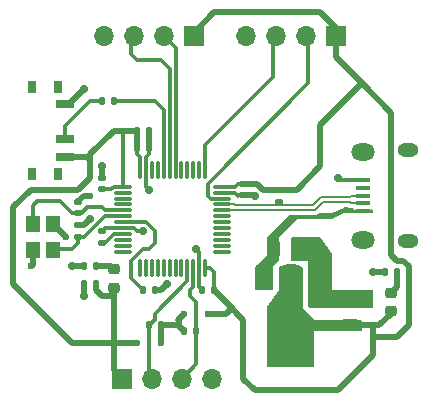
<source format=gbr>
%TF.GenerationSoftware,KiCad,Pcbnew,8.0.3*%
%TF.CreationDate,2024-07-09T00:13:46+05:30*%
%TF.ProjectId,STM32 PCB DESIGN,53544d33-3220-4504-9342-204445534947,rev?*%
%TF.SameCoordinates,Original*%
%TF.FileFunction,Copper,L1,Top*%
%TF.FilePolarity,Positive*%
%FSLAX46Y46*%
G04 Gerber Fmt 4.6, Leading zero omitted, Abs format (unit mm)*
G04 Created by KiCad (PCBNEW 8.0.3) date 2024-07-09 00:13:46*
%MOMM*%
%LPD*%
G01*
G04 APERTURE LIST*
G04 Aperture macros list*
%AMRoundRect*
0 Rectangle with rounded corners*
0 $1 Rounding radius*
0 $2 $3 $4 $5 $6 $7 $8 $9 X,Y pos of 4 corners*
0 Add a 4 corners polygon primitive as box body*
4,1,4,$2,$3,$4,$5,$6,$7,$8,$9,$2,$3,0*
0 Add four circle primitives for the rounded corners*
1,1,$1+$1,$2,$3*
1,1,$1+$1,$4,$5*
1,1,$1+$1,$6,$7*
1,1,$1+$1,$8,$9*
0 Add four rect primitives between the rounded corners*
20,1,$1+$1,$2,$3,$4,$5,0*
20,1,$1+$1,$4,$5,$6,$7,0*
20,1,$1+$1,$6,$7,$8,$9,0*
20,1,$1+$1,$8,$9,$2,$3,0*%
G04 Aperture macros list end*
%TA.AperFunction,SMDPad,CuDef*%
%ADD10RoundRect,0.135000X0.135000X0.185000X-0.135000X0.185000X-0.135000X-0.185000X0.135000X-0.185000X0*%
%TD*%
%TA.AperFunction,SMDPad,CuDef*%
%ADD11RoundRect,0.140000X0.140000X0.170000X-0.140000X0.170000X-0.140000X-0.170000X0.140000X-0.170000X0*%
%TD*%
%TA.AperFunction,SMDPad,CuDef*%
%ADD12RoundRect,0.140000X-0.170000X0.140000X-0.170000X-0.140000X0.170000X-0.140000X0.170000X0.140000X0*%
%TD*%
%TA.AperFunction,SMDPad,CuDef*%
%ADD13RoundRect,0.140000X0.170000X-0.140000X0.170000X0.140000X-0.170000X0.140000X-0.170000X-0.140000X0*%
%TD*%
%TA.AperFunction,SMDPad,CuDef*%
%ADD14RoundRect,0.140000X-0.140000X-0.170000X0.140000X-0.170000X0.140000X0.170000X-0.140000X0.170000X0*%
%TD*%
%TA.AperFunction,ComponentPad*%
%ADD15R,1.700000X1.700000*%
%TD*%
%TA.AperFunction,ComponentPad*%
%ADD16O,1.700000X1.700000*%
%TD*%
%TA.AperFunction,SMDPad,CuDef*%
%ADD17RoundRect,0.135000X-0.135000X-0.185000X0.135000X-0.185000X0.135000X0.185000X-0.135000X0.185000X0*%
%TD*%
%TA.AperFunction,SMDPad,CuDef*%
%ADD18RoundRect,0.375000X-0.375000X0.625000X-0.375000X-0.625000X0.375000X-0.625000X0.375000X0.625000X0*%
%TD*%
%TA.AperFunction,SMDPad,CuDef*%
%ADD19RoundRect,0.500000X-1.400000X0.500000X-1.400000X-0.500000X1.400000X-0.500000X1.400000X0.500000X0*%
%TD*%
%TA.AperFunction,SMDPad,CuDef*%
%ADD20RoundRect,0.218750X-0.256250X0.218750X-0.256250X-0.218750X0.256250X-0.218750X0.256250X0.218750X0*%
%TD*%
%TA.AperFunction,SMDPad,CuDef*%
%ADD21RoundRect,0.250000X-0.250000X-0.475000X0.250000X-0.475000X0.250000X0.475000X-0.250000X0.475000X0*%
%TD*%
%TA.AperFunction,SMDPad,CuDef*%
%ADD22R,1.300000X0.450000*%
%TD*%
%TA.AperFunction,ComponentPad*%
%ADD23O,1.800000X1.150000*%
%TD*%
%TA.AperFunction,ComponentPad*%
%ADD24O,2.000000X1.450000*%
%TD*%
%TA.AperFunction,SMDPad,CuDef*%
%ADD25RoundRect,0.075000X-0.662500X-0.075000X0.662500X-0.075000X0.662500X0.075000X-0.662500X0.075000X0*%
%TD*%
%TA.AperFunction,SMDPad,CuDef*%
%ADD26RoundRect,0.075000X-0.075000X-0.662500X0.075000X-0.662500X0.075000X0.662500X-0.075000X0.662500X0*%
%TD*%
%TA.AperFunction,SMDPad,CuDef*%
%ADD27RoundRect,0.250000X0.475000X-0.250000X0.475000X0.250000X-0.475000X0.250000X-0.475000X-0.250000X0*%
%TD*%
%TA.AperFunction,SMDPad,CuDef*%
%ADD28R,0.800000X1.000000*%
%TD*%
%TA.AperFunction,SMDPad,CuDef*%
%ADD29R,1.500000X0.700000*%
%TD*%
%TA.AperFunction,SMDPad,CuDef*%
%ADD30R,1.200000X1.400000*%
%TD*%
%TA.AperFunction,SMDPad,CuDef*%
%ADD31RoundRect,0.135000X-0.185000X0.135000X-0.185000X-0.135000X0.185000X-0.135000X0.185000X0.135000X0*%
%TD*%
%TA.AperFunction,ViaPad*%
%ADD32C,0.600000*%
%TD*%
%TA.AperFunction,ViaPad*%
%ADD33C,0.700000*%
%TD*%
%TA.AperFunction,Conductor*%
%ADD34C,0.500000*%
%TD*%
%TA.AperFunction,Conductor*%
%ADD35C,0.300000*%
%TD*%
%TA.AperFunction,Conductor*%
%ADD36C,0.200000*%
%TD*%
G04 APERTURE END LIST*
D10*
%TO.P,R4,1*%
%TO.N,+3.3V*%
X115010000Y-63500000D03*
%TO.P,R4,2*%
%TO.N,/I2C2_SCL*%
X113990000Y-63500000D03*
%TD*%
D11*
%TO.P,C8,1*%
%TO.N,+3.3V*%
X109480000Y-60000000D03*
%TO.P,C8,2*%
%TO.N,GND*%
X108520000Y-60000000D03*
%TD*%
D12*
%TO.P,C2,1*%
%TO.N,+3.3V*%
X122000000Y-51520000D03*
%TO.P,C2,2*%
%TO.N,GND*%
X122000000Y-52480000D03*
%TD*%
D13*
%TO.P,C4,1*%
%TO.N,+3.3V*%
X110000000Y-51980000D03*
%TO.P,C4,2*%
%TO.N,GND*%
X110000000Y-51020000D03*
%TD*%
D14*
%TO.P,C5,1*%
%TO.N,+3.3V*%
X113020000Y-47000000D03*
%TO.P,C5,2*%
%TO.N,GND*%
X113980000Y-47000000D03*
%TD*%
D15*
%TO.P,J4,1,Pin_1*%
%TO.N,+3.3V*%
X111700000Y-68000000D03*
D16*
%TO.P,J4,2,Pin_2*%
%TO.N,/I2C2_SCL*%
X114240000Y-68000000D03*
%TO.P,J4,3,Pin_3*%
%TO.N,/I2C2_SDA*%
X116780000Y-68000000D03*
%TO.P,J4,4,Pin_4*%
%TO.N,GND*%
X119320000Y-68000000D03*
%TD*%
D13*
%TO.P,C10,1*%
%TO.N,/HSE_IN*%
X108000000Y-53980000D03*
%TO.P,C10,2*%
%TO.N,GND*%
X108000000Y-53020000D03*
%TD*%
D17*
%TO.P,R5,1*%
%TO.N,+3.3V*%
X116990000Y-64000000D03*
%TO.P,R5,2*%
%TO.N,/I2C2_SDA*%
X118010000Y-64000000D03*
%TD*%
D14*
%TO.P,C1,1*%
%TO.N,+3.3V*%
X113020000Y-48500000D03*
%TO.P,C1,2*%
%TO.N,GND*%
X113980000Y-48500000D03*
%TD*%
D10*
%TO.P,R3,1*%
%TO.N,Net-(D1-K)*%
X135010000Y-59000000D03*
%TO.P,R3,2*%
%TO.N,GND*%
X133990000Y-59000000D03*
%TD*%
D18*
%TO.P,U2,1,GND*%
%TO.N,GND*%
X128350000Y-59350000D03*
%TO.P,U2,2,VO*%
%TO.N,+3.3V*%
X126050000Y-59350000D03*
D19*
X126050000Y-65650000D03*
D18*
%TO.P,U2,3,VI*%
%TO.N,VBUS*%
X123750000Y-59350000D03*
%TD*%
D11*
%TO.P,C7,1*%
%TO.N,+3.3VA*%
X109480000Y-58500000D03*
%TO.P,C7,2*%
%TO.N,GND*%
X108520000Y-58500000D03*
%TD*%
%TO.P,C3,1*%
%TO.N,+3.3V*%
X119480000Y-60500000D03*
%TO.P,C3,2*%
%TO.N,GND*%
X118520000Y-60500000D03*
%TD*%
D20*
%TO.P,FB1,1*%
%TO.N,+3.3VA*%
X111000000Y-58712500D03*
%TO.P,FB1,2*%
%TO.N,+3.3V*%
X111000000Y-60287500D03*
%TD*%
D21*
%TO.P,C12,1*%
%TO.N,VBUS*%
X124600000Y-57000000D03*
%TO.P,C12,2*%
%TO.N,GND*%
X126500000Y-57000000D03*
%TD*%
D22*
%TO.P,J1,1,VBUS*%
%TO.N,VBUS*%
X132100000Y-53805000D03*
%TO.P,J1,2,D-*%
%TO.N,/USB_D-*%
X132100000Y-53155000D03*
%TO.P,J1,3,D+*%
%TO.N,/USB_D+*%
X132100000Y-52505000D03*
%TO.P,J1,4,ID*%
%TO.N,unconnected-(J1-ID-Pad4)*%
X132100000Y-51855000D03*
%TO.P,J1,5,GND*%
%TO.N,GND*%
X132100000Y-51205000D03*
D23*
%TO.P,J1,6,Shield*%
%TO.N,unconnected-(J1-Shield-Pad6)_0*%
X135950000Y-56380000D03*
D24*
%TO.N,unconnected-(J1-Shield-Pad6)_2*%
X132150000Y-56230000D03*
%TO.N,unconnected-(J1-Shield-Pad6)*%
X132150000Y-48780000D03*
D23*
%TO.N,unconnected-(J1-Shield-Pad6)_1*%
X135950000Y-48630000D03*
%TD*%
D13*
%TO.P,C6,1*%
%TO.N,+3.3VA*%
X110000000Y-56480000D03*
%TO.P,C6,2*%
%TO.N,GND*%
X110000000Y-55520000D03*
%TD*%
D15*
%TO.P,J3,1,Pin_1*%
%TO.N,+3.3V*%
X117800000Y-39000000D03*
D16*
%TO.P,J3,2,Pin_2*%
%TO.N,/USART1_TX*%
X115260000Y-39000000D03*
%TO.P,J3,3,Pin_3*%
%TO.N,/USART1_RX*%
X112720000Y-39000000D03*
%TO.P,J3,4,Pin_4*%
%TO.N,GND*%
X110180000Y-39000000D03*
%TD*%
D13*
%TO.P,C11,1*%
%TO.N,/HSE_OUT*%
X108000000Y-55980000D03*
%TO.P,C11,2*%
%TO.N,GND*%
X108000000Y-55020000D03*
%TD*%
D25*
%TO.P,U1,1,VBAT*%
%TO.N,+3.3V*%
X111837500Y-51750000D03*
%TO.P,U1,2,PC13*%
%TO.N,unconnected-(U1-PC13-Pad2)*%
X111837500Y-52250000D03*
%TO.P,U1,3,PC14*%
%TO.N,unconnected-(U1-PC14-Pad3)*%
X111837500Y-52750000D03*
%TO.P,U1,4,PC15*%
%TO.N,unconnected-(U1-PC15-Pad4)*%
X111837500Y-53250000D03*
%TO.P,U1,5,PD0*%
%TO.N,/HSE_IN*%
X111837500Y-53750000D03*
%TO.P,U1,6,PD1*%
%TO.N,/HSE_OUT*%
X111837500Y-54250000D03*
%TO.P,U1,7,NRST*%
%TO.N,/NRST*%
X111837500Y-54750000D03*
%TO.P,U1,8,VSSA*%
%TO.N,GND*%
X111837500Y-55250000D03*
%TO.P,U1,9,VDDA*%
%TO.N,+3.3VA*%
X111837500Y-55750000D03*
%TO.P,U1,10,PA0*%
%TO.N,unconnected-(U1-PA0-Pad10)*%
X111837500Y-56250000D03*
%TO.P,U1,11,PA1*%
%TO.N,unconnected-(U1-PA1-Pad11)*%
X111837500Y-56750000D03*
%TO.P,U1,12,PA2*%
%TO.N,unconnected-(U1-PA2-Pad12)*%
X111837500Y-57250000D03*
D26*
%TO.P,U1,13,PA3*%
%TO.N,unconnected-(U1-PA3-Pad13)*%
X113250000Y-58662500D03*
%TO.P,U1,14,PA4*%
%TO.N,unconnected-(U1-PA4-Pad14)*%
X113750000Y-58662500D03*
%TO.P,U1,15,PA5*%
%TO.N,unconnected-(U1-PA5-Pad15)*%
X114250000Y-58662500D03*
%TO.P,U1,16,PA6*%
%TO.N,unconnected-(U1-PA6-Pad16)*%
X114750000Y-58662500D03*
%TO.P,U1,17,PA7*%
%TO.N,unconnected-(U1-PA7-Pad17)*%
X115250000Y-58662500D03*
%TO.P,U1,18,PB0*%
%TO.N,unconnected-(U1-PB0-Pad18)*%
X115750000Y-58662500D03*
%TO.P,U1,19,PB1*%
%TO.N,unconnected-(U1-PB1-Pad19)*%
X116250000Y-58662500D03*
%TO.P,U1,20,PB2*%
%TO.N,unconnected-(U1-PB2-Pad20)*%
X116750000Y-58662500D03*
%TO.P,U1,21,PB10*%
%TO.N,/I2C2_SCL*%
X117250000Y-58662500D03*
%TO.P,U1,22,PB11*%
%TO.N,/I2C2_SDA*%
X117750000Y-58662500D03*
%TO.P,U1,23,VSS*%
%TO.N,GND*%
X118250000Y-58662500D03*
%TO.P,U1,24,VDD*%
%TO.N,+3.3V*%
X118750000Y-58662500D03*
D25*
%TO.P,U1,25,PB12*%
%TO.N,unconnected-(U1-PB12-Pad25)*%
X120162500Y-57250000D03*
%TO.P,U1,26,PB13*%
%TO.N,unconnected-(U1-PB13-Pad26)*%
X120162500Y-56750000D03*
%TO.P,U1,27,PB14*%
%TO.N,unconnected-(U1-PB14-Pad27)*%
X120162500Y-56250000D03*
%TO.P,U1,28,PB15*%
%TO.N,unconnected-(U1-PB15-Pad28)*%
X120162500Y-55750000D03*
%TO.P,U1,29,PA8*%
%TO.N,unconnected-(U1-PA8-Pad29)*%
X120162500Y-55250000D03*
%TO.P,U1,30,PA9*%
%TO.N,unconnected-(U1-PA9-Pad30)*%
X120162500Y-54750000D03*
%TO.P,U1,31,PA10*%
%TO.N,unconnected-(U1-PA10-Pad31)*%
X120162500Y-54250000D03*
%TO.P,U1,32,PA11*%
%TO.N,/USB_D-*%
X120162500Y-53750000D03*
%TO.P,U1,33,PA12*%
%TO.N,/USB_D+*%
X120162500Y-53250000D03*
%TO.P,U1,34,PA13*%
%TO.N,/SWDIO*%
X120162500Y-52750000D03*
%TO.P,U1,35,VSS*%
%TO.N,GND*%
X120162500Y-52250000D03*
%TO.P,U1,36,VDD*%
%TO.N,+3.3V*%
X120162500Y-51750000D03*
D26*
%TO.P,U1,37,PA14*%
%TO.N,/SWCLK*%
X118750000Y-50337500D03*
%TO.P,U1,38,PA15*%
%TO.N,unconnected-(U1-PA15-Pad38)*%
X118250000Y-50337500D03*
%TO.P,U1,39,PB3*%
%TO.N,unconnected-(U1-PB3-Pad39)*%
X117750000Y-50337500D03*
%TO.P,U1,40,PB4*%
%TO.N,unconnected-(U1-PB4-Pad40)*%
X117250000Y-50337500D03*
%TO.P,U1,41,PB5*%
%TO.N,unconnected-(U1-PB5-Pad41)*%
X116750000Y-50337500D03*
%TO.P,U1,42,PB6*%
%TO.N,/USART1_TX*%
X116250000Y-50337500D03*
%TO.P,U1,43,PB7*%
%TO.N,/USART1_RX*%
X115750000Y-50337500D03*
%TO.P,U1,44,BOOT0*%
%TO.N,/BOOTO*%
X115250000Y-50337500D03*
%TO.P,U1,45,PB8*%
%TO.N,unconnected-(U1-PB8-Pad45)*%
X114750000Y-50337500D03*
%TO.P,U1,46,PB9*%
%TO.N,unconnected-(U1-PB9-Pad46)*%
X114250000Y-50337500D03*
%TO.P,U1,47,VSS*%
%TO.N,GND*%
X113750000Y-50337500D03*
%TO.P,U1,48,VDD*%
%TO.N,+3.3V*%
X113250000Y-50337500D03*
%TD*%
D14*
%TO.P,C9,1*%
%TO.N,/NRST*%
X113520000Y-60500000D03*
%TO.P,C9,2*%
%TO.N,GND*%
X114480000Y-60500000D03*
%TD*%
D27*
%TO.P,C13,1*%
%TO.N,+3.3V*%
X131050000Y-63450000D03*
%TO.P,C13,2*%
%TO.N,GND*%
X131050000Y-61550000D03*
%TD*%
D28*
%TO.P,SW1,*%
%TO.N,*%
X106280000Y-43350000D03*
X104070000Y-43350000D03*
X106280000Y-50650000D03*
X104070000Y-50650000D03*
D29*
%TO.P,SW1,1,A*%
%TO.N,GND*%
X106930000Y-44750000D03*
%TO.P,SW1,2,B*%
%TO.N,Net-(SW1-B)*%
X106930000Y-47750000D03*
%TO.P,SW1,3,C*%
%TO.N,+3.3V*%
X106930000Y-49250000D03*
%TD*%
D17*
%TO.P,R1,1*%
%TO.N,Net-(SW1-B)*%
X109990000Y-44500000D03*
%TO.P,R1,2*%
%TO.N,/BOOTO*%
X111010000Y-44500000D03*
%TD*%
D15*
%TO.P,J2,1,Pin_1*%
%TO.N,+3.3V*%
X129800000Y-39000000D03*
D16*
%TO.P,J2,2,Pin_2*%
%TO.N,/SWDIO*%
X127260000Y-39000000D03*
%TO.P,J2,3,Pin_3*%
%TO.N,/SWCLK*%
X124720000Y-39000000D03*
%TO.P,J2,4,Pin_4*%
%TO.N,GND*%
X122180000Y-39000000D03*
%TD*%
D20*
%TO.P,D1,1,K*%
%TO.N,Net-(D1-K)*%
X134500000Y-60712500D03*
%TO.P,D1,2,A*%
%TO.N,+3.3V*%
X134500000Y-62287500D03*
%TD*%
D30*
%TO.P,Y1,1,1*%
%TO.N,/HSE_IN*%
X104150000Y-54900000D03*
%TO.P,Y1,2,2*%
%TO.N,GND*%
X104150000Y-57100000D03*
%TO.P,Y1,3,3*%
%TO.N,/HSE_OUT*%
X105850000Y-57100000D03*
%TO.P,Y1,4,4*%
%TO.N,GND*%
X105850000Y-54900000D03*
%TD*%
D31*
%TO.P,R2,1*%
%TO.N,+3.3V*%
X125000000Y-51990000D03*
%TO.P,R2,2*%
%TO.N,/USB_D+*%
X125000000Y-53010000D03*
%TD*%
D32*
%TO.N,GND*%
X104000000Y-58500000D03*
X107000000Y-56000000D03*
X109000000Y-52500000D03*
%TO.N,+3.3V*%
X113000000Y-65000000D03*
X115000000Y-65000000D03*
X117000000Y-62500000D03*
X119000000Y-62500000D03*
D33*
%TO.N,GND*%
X128000000Y-57500000D03*
X132500000Y-61500000D03*
X128000000Y-56500000D03*
X115500000Y-60000000D03*
X118000000Y-57000000D03*
X109000000Y-54500000D03*
X110000000Y-50000000D03*
X129000000Y-61000000D03*
X108500000Y-61000000D03*
X128000000Y-61000000D03*
X108500000Y-43500000D03*
X133000000Y-59000000D03*
X113500000Y-55500000D03*
X114000000Y-52000000D03*
X130000000Y-51000000D03*
X107500000Y-58500000D03*
X123000000Y-52500000D03*
%TD*%
D34*
%TO.N,GND*%
X104150000Y-57100000D02*
X104150000Y-58350000D01*
X104150000Y-58350000D02*
X104000000Y-58500000D01*
X105900000Y-54900000D02*
X107000000Y-56000000D01*
X105850000Y-54900000D02*
X105900000Y-54900000D01*
%TO.N,+3.3V*%
X107500000Y-65000000D02*
X111000000Y-65000000D01*
X104000000Y-52000000D02*
X102500000Y-53500000D01*
X102500000Y-53500000D02*
X102500000Y-60000000D01*
X108000000Y-52000000D02*
X104000000Y-52000000D01*
X109000000Y-51000000D02*
X108000000Y-52000000D01*
X102500000Y-60000000D02*
X107500000Y-65000000D01*
X109000000Y-49500000D02*
X109000000Y-51000000D01*
D35*
%TO.N,/HSE_IN*%
X104150000Y-53350000D02*
X104150000Y-54900000D01*
X106500000Y-53000000D02*
X104500000Y-53000000D01*
X107480000Y-53980000D02*
X106500000Y-53000000D01*
X108000000Y-53980000D02*
X107480000Y-53980000D01*
X104500000Y-53000000D02*
X104150000Y-53350000D01*
D34*
%TO.N,+3.3V*%
X128500000Y-46500000D02*
X132000000Y-43000000D01*
X128500000Y-50000000D02*
X128500000Y-46500000D01*
X132000000Y-43000000D02*
X134500000Y-45500000D01*
X126500000Y-52000000D02*
X128500000Y-50000000D01*
X125010000Y-52000000D02*
X126500000Y-52000000D01*
X129800000Y-40800000D02*
X132000000Y-43000000D01*
X125000000Y-51990000D02*
X125010000Y-52000000D01*
X123621371Y-51990000D02*
X125000000Y-51990000D01*
X123151371Y-51520000D02*
X123621371Y-51990000D01*
X122000000Y-51520000D02*
X123151371Y-51520000D01*
X136000000Y-63500000D02*
X135000000Y-64500000D01*
X136000000Y-58500000D02*
X136000000Y-63500000D01*
X135000000Y-64500000D02*
X133000000Y-64500000D01*
X135500000Y-58000000D02*
X136000000Y-58500000D01*
X135000000Y-58000000D02*
X135500000Y-58000000D01*
X134500000Y-57500000D02*
X135000000Y-58000000D01*
X134500000Y-45500000D02*
X134500000Y-57500000D01*
X129800000Y-39000000D02*
X129800000Y-40800000D01*
X133000000Y-64500000D02*
X133000000Y-63500000D01*
X133000000Y-66000000D02*
X133000000Y-64500000D01*
%TO.N,Net-(D1-K)*%
X135010000Y-60202500D02*
X134500000Y-60712500D01*
X135010000Y-59000000D02*
X135010000Y-60202500D01*
D35*
%TO.N,+3.3V*%
X111837500Y-47162500D02*
X112000000Y-47000000D01*
X111837500Y-51750000D02*
X111837500Y-47162500D01*
D34*
X112000000Y-47000000D02*
X111000000Y-47000000D01*
X113020000Y-47000000D02*
X112000000Y-47000000D01*
X108750000Y-49250000D02*
X109000000Y-49500000D01*
X106930000Y-49250000D02*
X108750000Y-49250000D01*
X109000000Y-49000000D02*
X109000000Y-49500000D01*
X111000000Y-47000000D02*
X109000000Y-49000000D01*
X128500000Y-37000000D02*
X129800000Y-38300000D01*
X129800000Y-38300000D02*
X129800000Y-39000000D01*
X119500000Y-37000000D02*
X128500000Y-37000000D01*
X117800000Y-38700000D02*
X119500000Y-37000000D01*
X117800000Y-39000000D02*
X117800000Y-38700000D01*
%TO.N,GND*%
X108500000Y-52500000D02*
X109000000Y-52500000D01*
X108000000Y-53000000D02*
X108500000Y-52500000D01*
X108000000Y-53020000D02*
X108000000Y-53000000D01*
D35*
%TO.N,/HSE_OUT*%
X107500000Y-57000000D02*
X105950000Y-57000000D01*
X105950000Y-57000000D02*
X105850000Y-57100000D01*
X108000000Y-56500000D02*
X107500000Y-57000000D01*
X108000000Y-55980000D02*
X108000000Y-56500000D01*
D34*
%TO.N,+3.3VA*%
X110787500Y-58500000D02*
X111000000Y-58712500D01*
X109480000Y-58500000D02*
X110787500Y-58500000D01*
%TO.N,+3.3V*%
X110000000Y-61000000D02*
X111000000Y-61000000D01*
X109480000Y-60480000D02*
X110000000Y-61000000D01*
X109480000Y-60000000D02*
X109480000Y-60480000D01*
X111000000Y-61000000D02*
X111000000Y-65000000D01*
X111000000Y-60287500D02*
X111000000Y-61000000D01*
X113000000Y-65000000D02*
X111000000Y-65000000D01*
X111000000Y-65000000D02*
X111000000Y-67300000D01*
X115010000Y-64990000D02*
X115000000Y-65000000D01*
X115010000Y-63500000D02*
X115010000Y-64990000D01*
X111000000Y-67300000D02*
X111700000Y-68000000D01*
X116490000Y-63500000D02*
X116500000Y-63510000D01*
X115010000Y-63500000D02*
X116490000Y-63500000D01*
X116500000Y-63510000D02*
X116990000Y-64000000D01*
X116500000Y-63020000D02*
X116500000Y-63510000D01*
X117000000Y-62500000D02*
X116490000Y-63010000D01*
X116490000Y-63010000D02*
X116500000Y-63020000D01*
X120500000Y-62500000D02*
X120990000Y-62010000D01*
X119000000Y-62500000D02*
X120500000Y-62500000D01*
D35*
%TO.N,/I2C2_SCL*%
X114500000Y-62500000D02*
X114500000Y-63000000D01*
X114500000Y-63000000D02*
X114000000Y-63500000D01*
X117250000Y-59750000D02*
X114500000Y-62500000D01*
X117250000Y-58662500D02*
X117250000Y-59750000D01*
D34*
%TO.N,+3.3V*%
X120990000Y-62010000D02*
X121490000Y-62510000D01*
X119480000Y-60500000D02*
X120990000Y-62010000D01*
D35*
%TO.N,/I2C2_SDA*%
X118010000Y-61510000D02*
X118010000Y-63500000D01*
X117500000Y-61000000D02*
X118010000Y-61510000D01*
X117500000Y-60500000D02*
X117500000Y-61000000D01*
X117750000Y-60250000D02*
X117500000Y-60500000D01*
X117750000Y-58662500D02*
X117750000Y-60250000D01*
D34*
%TO.N,+3.3V*%
X121490000Y-62510000D02*
X121480000Y-62500000D01*
X121490000Y-62510000D02*
X122000000Y-63020000D01*
D35*
%TO.N,/I2C2_SCL*%
X114000000Y-67250000D02*
X114500000Y-67750000D01*
X114000000Y-63500000D02*
X114000000Y-67250000D01*
X114490000Y-67750000D02*
X114240000Y-68000000D01*
X114000000Y-63500000D02*
X113990000Y-63500000D01*
D34*
%TO.N,+3.3V*%
X122000000Y-63500000D02*
X122000000Y-68000000D01*
X122000000Y-63020000D02*
X122000000Y-63500000D01*
X130000000Y-69000000D02*
X133000000Y-66000000D01*
X131100000Y-63500000D02*
X133000000Y-63500000D01*
X123000000Y-69000000D02*
X130000000Y-69000000D01*
X133000000Y-63500000D02*
X133500000Y-63500000D01*
X122000000Y-68000000D02*
X123000000Y-69000000D01*
X134500000Y-62500000D02*
X134500000Y-62287500D01*
X133500000Y-63500000D02*
X134500000Y-62500000D01*
X131050000Y-63450000D02*
X131100000Y-63500000D01*
D35*
X119500000Y-60480000D02*
X119480000Y-60500000D01*
X118750000Y-58662500D02*
X119162500Y-58662500D01*
X119500000Y-59000000D02*
X119500000Y-60480000D01*
X121250000Y-51750000D02*
X121500000Y-51500000D01*
X120162500Y-51750000D02*
X121250000Y-51750000D01*
X110766880Y-51980000D02*
X110000000Y-51980000D01*
X111837500Y-51750000D02*
X110996880Y-51750000D01*
X119162500Y-58662500D02*
X119500000Y-59000000D01*
X113020000Y-48980000D02*
X113020000Y-48500000D01*
X121500000Y-51500000D02*
X121520000Y-51520000D01*
X110996880Y-51750000D02*
X110766880Y-51980000D01*
X113000000Y-49000000D02*
X113020000Y-48980000D01*
D34*
X113020000Y-48500000D02*
X113020000Y-47000000D01*
D35*
X113250000Y-49250000D02*
X113000000Y-49000000D01*
X113250000Y-50337500D02*
X113250000Y-49250000D01*
X121520000Y-51520000D02*
X122000000Y-51520000D01*
%TO.N,GND*%
X120162500Y-52250000D02*
X121250000Y-52250000D01*
X110270000Y-55250000D02*
X110000000Y-55520000D01*
X118250000Y-58662500D02*
X118250000Y-57250000D01*
D34*
X133990000Y-59000000D02*
X133000000Y-59000000D01*
X108520000Y-60000000D02*
X108520000Y-60980000D01*
D35*
X130205000Y-51205000D02*
X130000000Y-51000000D01*
X113750000Y-50337500D02*
X113750000Y-51750000D01*
D34*
X108000000Y-55020000D02*
X108480000Y-55020000D01*
D35*
X111837500Y-55250000D02*
X112750000Y-55250000D01*
D34*
X106930000Y-44750000D02*
X107250000Y-44750000D01*
D35*
X112750000Y-55250000D02*
X113000000Y-55500000D01*
D34*
X113980000Y-48500000D02*
X113980000Y-47000000D01*
D35*
X113980000Y-48980000D02*
X113980000Y-48500000D01*
X118250000Y-58662500D02*
X118250000Y-60230000D01*
D34*
X122980000Y-52480000D02*
X123000000Y-52500000D01*
X114480000Y-60500000D02*
X115000000Y-60500000D01*
D35*
X113750000Y-49250000D02*
X114000000Y-49000000D01*
X121520000Y-52480000D02*
X122000000Y-52480000D01*
D34*
X108520000Y-58500000D02*
X107500000Y-58500000D01*
X110000000Y-51020000D02*
X110000000Y-50000000D01*
X107250000Y-44750000D02*
X108500000Y-43500000D01*
D35*
X121250000Y-52250000D02*
X121500000Y-52500000D01*
X118250000Y-57250000D02*
X118000000Y-57000000D01*
D34*
X108520000Y-60980000D02*
X108500000Y-61000000D01*
X108480000Y-55020000D02*
X109000000Y-54500000D01*
X122000000Y-52480000D02*
X122980000Y-52480000D01*
D35*
X121500000Y-52500000D02*
X121520000Y-52480000D01*
X111837500Y-55250000D02*
X110270000Y-55250000D01*
X113750000Y-50337500D02*
X113750000Y-49250000D01*
X113000000Y-55500000D02*
X113500000Y-55500000D01*
X114000000Y-49000000D02*
X113980000Y-48980000D01*
X113750000Y-51750000D02*
X114000000Y-52000000D01*
X118250000Y-60230000D02*
X118520000Y-60500000D01*
D34*
X115000000Y-60500000D02*
X115500000Y-60000000D01*
D35*
X132100000Y-51205000D02*
X130205000Y-51205000D01*
%TO.N,+3.3VA*%
X111837500Y-55750000D02*
X110996880Y-55750000D01*
X110996880Y-55750000D02*
X110266880Y-56480000D01*
X110266880Y-56480000D02*
X110000000Y-56480000D01*
%TO.N,/NRST*%
X112500000Y-59480000D02*
X113520000Y-60500000D01*
X114000000Y-57000000D02*
X113500000Y-57000000D01*
X114500000Y-56500000D02*
X114000000Y-57000000D01*
X111837500Y-54750000D02*
X113750000Y-54750000D01*
X112500000Y-58000000D02*
X112500000Y-59480000D01*
X113500000Y-57000000D02*
X112500000Y-58000000D01*
X113750000Y-54750000D02*
X114500000Y-55500000D01*
X114500000Y-55500000D02*
X114500000Y-56500000D01*
%TO.N,/HSE_IN*%
X111837500Y-53750000D02*
X110250000Y-53750000D01*
X110250000Y-53750000D02*
X110000000Y-53500000D01*
X110000000Y-53500000D02*
X108789999Y-53500000D01*
X108789999Y-53500000D02*
X108309999Y-53980000D01*
X108309999Y-53980000D02*
X108000000Y-53980000D01*
%TO.N,/HSE_OUT*%
X110250000Y-54250000D02*
X108520000Y-55980000D01*
X108520000Y-55980000D02*
X108000000Y-55980000D01*
X111837500Y-54250000D02*
X110250000Y-54250000D01*
D36*
%TO.N,/USB_D-*%
X128093200Y-53725000D02*
X128763200Y-53055000D01*
X120162500Y-53750000D02*
X121268751Y-53750000D01*
X131124999Y-53155000D02*
X132100000Y-53155000D01*
X121293751Y-53725000D02*
X128093200Y-53725000D01*
X128763200Y-53055000D02*
X131024999Y-53055000D01*
X131024999Y-53055000D02*
X131124999Y-53155000D01*
X121268751Y-53750000D02*
X121293751Y-53725000D01*
%TO.N,/USB_D+*%
X121268751Y-53250000D02*
X121293751Y-53275000D01*
X121293751Y-53275000D02*
X127906800Y-53275000D01*
X128576800Y-52605000D02*
X131024999Y-52605000D01*
X120162500Y-53250000D02*
X121268751Y-53250000D01*
X127906800Y-53275000D02*
X128576800Y-52605000D01*
X131024999Y-52605000D02*
X131124999Y-52505000D01*
X131124999Y-52505000D02*
X132100000Y-52505000D01*
D35*
%TO.N,/SWCLK*%
X118750000Y-48250000D02*
X124500000Y-42500000D01*
X118750000Y-50337500D02*
X118750000Y-48250000D01*
X124500000Y-39220000D02*
X124720000Y-39000000D01*
X124500000Y-42500000D02*
X124500000Y-39220000D01*
%TO.N,/SWDIO*%
X119000000Y-51500000D02*
X127500000Y-43000000D01*
X119000000Y-52500000D02*
X119000000Y-51500000D01*
X127500000Y-39240000D02*
X127260000Y-39000000D01*
X119250000Y-52750000D02*
X119000000Y-52500000D01*
X120162500Y-52750000D02*
X119250000Y-52750000D01*
X127500000Y-43000000D02*
X127500000Y-39240000D01*
%TO.N,/USART1_RX*%
X113000000Y-41000000D02*
X112500000Y-40500000D01*
X115750000Y-41750000D02*
X115000000Y-41000000D01*
X115000000Y-41000000D02*
X113000000Y-41000000D01*
X115750000Y-50337500D02*
X115750000Y-41750000D01*
X112500000Y-40500000D02*
X112500000Y-39220000D01*
X112500000Y-39220000D02*
X112720000Y-39000000D01*
%TO.N,/USART1_TX*%
X116250000Y-50337500D02*
X116250000Y-39990000D01*
X116250000Y-39990000D02*
X115260000Y-39000000D01*
%TO.N,/I2C2_SDA*%
X118010000Y-63500000D02*
X118010000Y-66770000D01*
X118010000Y-66770000D02*
X116780000Y-68000000D01*
%TO.N,/BOOTO*%
X114500000Y-44500000D02*
X111010000Y-44500000D01*
X115250000Y-50337500D02*
X115250000Y-45250000D01*
X115250000Y-45250000D02*
X114500000Y-44500000D01*
%TO.N,Net-(SW1-B)*%
X106930000Y-46570000D02*
X106930000Y-47750000D01*
X109000000Y-44500000D02*
X106930000Y-46570000D01*
X109990000Y-44500000D02*
X109000000Y-44500000D01*
%TD*%
%TA.AperFunction,Conductor*%
%TO.N,GND*%
G36*
X128500676Y-56019685D02*
G01*
X128536811Y-56055217D01*
X129479174Y-57468761D01*
X129499982Y-57535460D01*
X129500000Y-57537544D01*
X129500000Y-60500000D01*
X132876000Y-60500000D01*
X132943039Y-60519685D01*
X132988794Y-60572489D01*
X133000000Y-60624000D01*
X133000000Y-61876000D01*
X132980315Y-61943039D01*
X132927511Y-61988794D01*
X132876000Y-62000000D01*
X127624000Y-62000000D01*
X127556961Y-61980315D01*
X127511206Y-61927511D01*
X127500000Y-61876000D01*
X127500000Y-58000000D01*
X126124000Y-58000000D01*
X126056961Y-57980315D01*
X126011206Y-57927511D01*
X126000000Y-57876000D01*
X126000000Y-56124000D01*
X126019685Y-56056961D01*
X126072489Y-56011206D01*
X126124000Y-56000000D01*
X128433637Y-56000000D01*
X128500676Y-56019685D01*
G37*
%TD.AperFunction*%
%TD*%
%TA.AperFunction,Conductor*%
%TO.N,+3.3V*%
G36*
X126943039Y-58519685D02*
G01*
X126988794Y-58572489D01*
X127000000Y-58624000D01*
X127000000Y-62000000D01*
X128000000Y-63000000D01*
X131876000Y-63000000D01*
X131943039Y-63019685D01*
X131988794Y-63072489D01*
X132000000Y-63124000D01*
X132000000Y-63876000D01*
X131980315Y-63943039D01*
X131927511Y-63988794D01*
X131876000Y-64000000D01*
X128000000Y-64000000D01*
X128000000Y-66876000D01*
X127980315Y-66943039D01*
X127927511Y-66988794D01*
X127876000Y-67000000D01*
X124124000Y-67000000D01*
X124056961Y-66980315D01*
X124011206Y-66927511D01*
X124000000Y-66876000D01*
X124000000Y-62037544D01*
X124019685Y-61970505D01*
X124020826Y-61968761D01*
X125000000Y-60500000D01*
X125000000Y-58624000D01*
X125019685Y-58556961D01*
X125072489Y-58511206D01*
X125124000Y-58500000D01*
X126876000Y-58500000D01*
X126943039Y-58519685D01*
G37*
%TD.AperFunction*%
%TD*%
%TA.AperFunction,Conductor*%
%TO.N,VBUS*%
G36*
X130950329Y-53516612D02*
G01*
X130970412Y-53528207D01*
X131072272Y-53555500D01*
X131149167Y-53555500D01*
X131216206Y-53575185D01*
X131236848Y-53591819D01*
X131277235Y-53632206D01*
X131380009Y-53677585D01*
X131405135Y-53680500D01*
X132794864Y-53680499D01*
X132794879Y-53680497D01*
X132794882Y-53680497D01*
X132819987Y-53677586D01*
X132819987Y-53677585D01*
X132819991Y-53677585D01*
X132825913Y-53674969D01*
X132895192Y-53665898D01*
X132958377Y-53695721D01*
X132995408Y-53754971D01*
X133000000Y-53788404D01*
X133000000Y-53876000D01*
X132980315Y-53943039D01*
X132927511Y-53988794D01*
X132876000Y-54000000D01*
X130500000Y-54000000D01*
X129526181Y-54486909D01*
X129470728Y-54500000D01*
X126499999Y-54500000D01*
X125000000Y-55999999D01*
X125000000Y-57948638D01*
X124980315Y-58015677D01*
X124963681Y-58036319D01*
X124500000Y-58499999D01*
X124500000Y-60376000D01*
X124480315Y-60443039D01*
X124427511Y-60488794D01*
X124376000Y-60500000D01*
X123124000Y-60500000D01*
X123056961Y-60480315D01*
X123011206Y-60427511D01*
X123000000Y-60376000D01*
X123000000Y-58551362D01*
X123019685Y-58484323D01*
X123036319Y-58463681D01*
X123500000Y-58000000D01*
X124000000Y-57500000D01*
X124000000Y-56051362D01*
X124019685Y-55984323D01*
X124036319Y-55963681D01*
X125838181Y-54161819D01*
X125899504Y-54128334D01*
X125925862Y-54125500D01*
X128145925Y-54125500D01*
X128145927Y-54125500D01*
X128247788Y-54098207D01*
X128339113Y-54045480D01*
X128348274Y-54036319D01*
X128409597Y-54002834D01*
X128435955Y-54000000D01*
X129500000Y-54000000D01*
X130473818Y-53513090D01*
X130529272Y-53500000D01*
X130888331Y-53500000D01*
X130950329Y-53516612D01*
G37*
%TD.AperFunction*%
%TD*%
M02*

</source>
